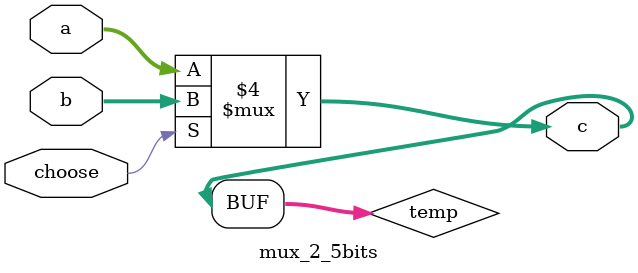
<source format=v>
`timescale 1ns / 1ps

module mux_2_5bits(a,b,choose,c);
    input [4:0] a;
    input [4:0] b;
    input choose;
    output [4:0] c;
    
    reg [4:0]temp;
    assign c=temp;
    always @ (a or b or choose) begin
        if(choose==0) temp<=a;
        else temp<=b;
    end
endmodule

</source>
